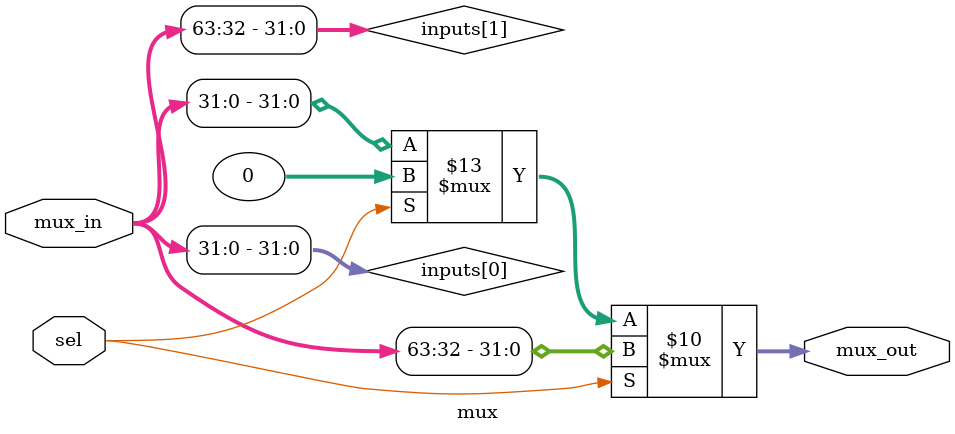
<source format=sv>

module mux 
    #(
        parameter int NUM_INPUTS = 2,
        parameter int DATA_WIDTH = 32
    )
    (
        input  logic [$clog2(NUM_INPUTS)-1:0]       sel,
        input  logic [NUM_INPUTS*DATA_WIDTH-1:0]    mux_in,
        output logic [DATA_WIDTH-1:0]               mux_out
    );

    logic [DATA_WIDTH-1:0] inputs [NUM_INPUTS];

    for (genvar i = 0; i < NUM_INPUTS; i++) begin
        assign inputs[i] = mux_in[(i+1)*DATA_WIDTH-1:i*DATA_WIDTH];
    end

    always_comb begin
        mux_out = '0;
        for (int unsigned i = 0; i < NUM_INPUTS; i++) begin
            if (sel == $bits(sel)'(i)) mux_out = inputs[i];
        end
    end

endmodule

</source>
